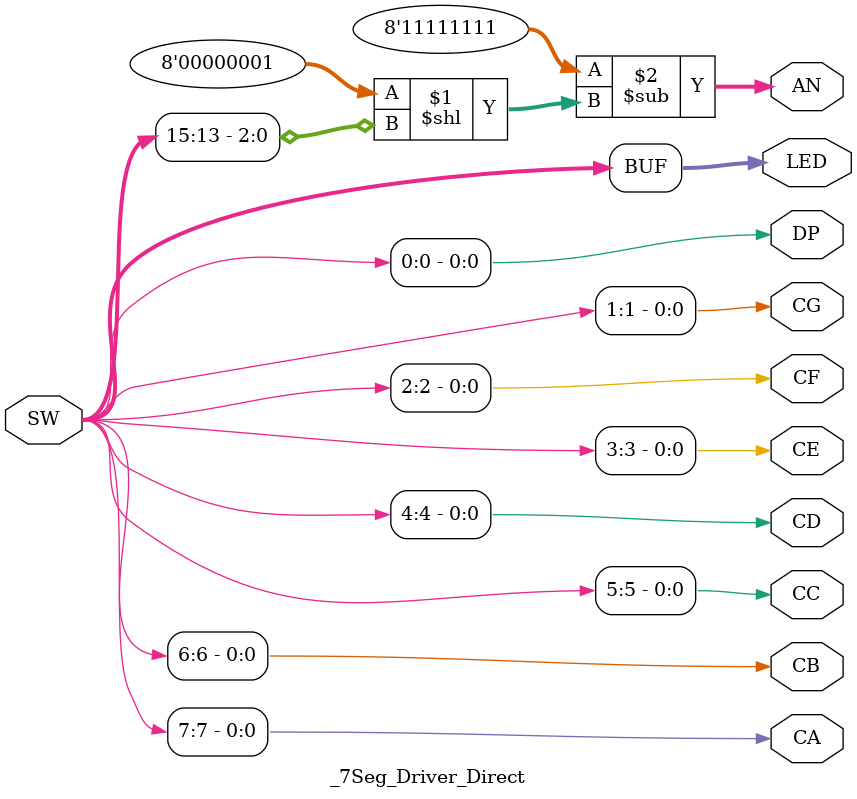
<source format=v>
`timescale 1ns / 1ps


module _7Seg_Driver_Direct(
  input [15:0] SW,  // 16Î»²¦¶¯¿ª¹Ø
  output CA, CB, CC, CD, CE, CF, CG, DP,  // 7¶ÎÊýÂë¹ÜÇý¶¯£¬µÍµçÆ½ÓÐÐ§
  output [7:0] AN,  // 7¶ÎÊýÂë¹ÜÆ¬Ñ¡ÐÅºÅ£¬µÍµçÆ½ÓÐÐ§
  output [15:0] LED  // 16Î»LEDÏÔÊ¾£¬¸ßµçÆ½ÓÐÐ§
);

assign CA = SW[7];
assign CB = SW[6];
assign CC = SW[5];
assign CD = SW[4];
assign CE = SW[3];
assign CF = SW[2];
assign CG = SW[1];
assign DP = SW[0];

assign AN = 8'b11111111 - (8'b00000001 << SW[15:13]);
assign LED[15:0] = SW[15:0];  // ½«¿ª¹Ø×´Ì¬ÏÔÊ¾ÔÚLEDÉÏ

endmodule

</source>
